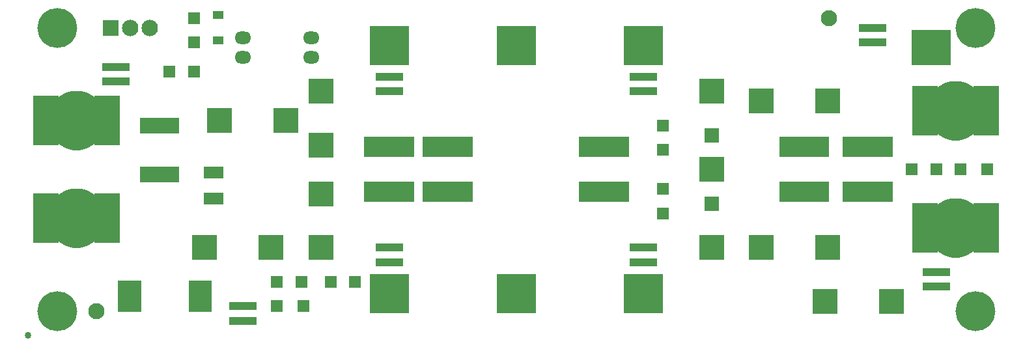
<source format=gts>
*%FSLAX24Y24*%
*%MOIN*%
G01*
%ADD11C,0.0000*%
%ADD12C,0.0050*%
%ADD13C,0.0060*%
%ADD14C,0.0073*%
%ADD15C,0.0080*%
%ADD16C,0.0098*%
%ADD17C,0.0100*%
%ADD18C,0.0120*%
%ADD19C,0.0160*%
%ADD20C,0.0200*%
%ADD21C,0.0200*%
%ADD22C,0.0240*%
%ADD23C,0.0250*%
%ADD24C,0.0300*%
%ADD25C,0.0300*%
%ADD26C,0.0340*%
%ADD27C,0.0380*%
%ADD28C,0.0394*%
%ADD29C,0.0400*%
%ADD30C,0.0400*%
%ADD31C,0.0430*%
%ADD32C,0.0434*%
%ADD33C,0.0440*%
%ADD34C,0.0450*%
%ADD35C,0.0500*%
%ADD36C,0.0500*%
%ADD37C,0.0560*%
%ADD38C,0.0580*%
%ADD39C,0.0600*%
%ADD40C,0.0630*%
%ADD41C,0.0670*%
%ADD42C,0.0750*%
%ADD43C,0.0760*%
%ADD44C,0.0790*%
%ADD45O,0.0800X0.0600*%
%ADD46C,0.0800*%
%ADD47C,0.0800*%
%ADD48C,0.0827*%
%ADD49O,0.0840X0.0640*%
%ADD50C,0.0840*%
%ADD51C,0.0870*%
%ADD52C,0.0900*%
%ADD53C,0.1100*%
%ADD54C,0.1300*%
%ADD55C,0.1500*%
%ADD56C,0.2000*%
%ADD57C,0.2040*%
%ADD58C,0.2300*%
%ADD59C,0.2500*%
%ADD60R,0.0100X0.0100*%
%ADD61R,0.0200X0.0200*%
%ADD62R,0.0300X0.0300*%
%ADD63R,0.0500X0.0400*%
%ADD64R,0.0500X0.0500*%
%ADD65R,0.0500X0.0500*%
%ADD66R,0.0540X0.0440*%
%ADD67R,0.0550X0.0350*%
%ADD68R,0.0600X0.0600*%
%ADD69R,0.0640X0.0640*%
%ADD70R,0.0700X0.0700*%
%ADD71R,0.0700X0.0700*%
%ADD72R,0.0740X0.0740*%
%ADD73R,0.0740X0.1420*%
%ADD74R,0.0750X0.1460*%
%ADD75R,0.0800X0.0800*%
%ADD76R,0.0800X0.1476*%
%ADD77R,0.0840X0.0840*%
%ADD78R,0.0840X0.1516*%
%ADD79R,0.0960X0.0540*%
%ADD80R,0.1000X0.0600*%
%ADD81R,0.1000X0.1000*%
%ADD82R,0.1040X0.0640*%
%ADD83R,0.1040X0.1040*%
%ADD84R,0.1100X0.1100*%
%ADD85R,0.1200X0.1200*%
%ADD86R,0.1200X0.1200*%
%ADD87R,0.1250X0.1250*%
%ADD88R,0.1250X0.2500*%
%ADD89R,0.1290X0.1290*%
%ADD90R,0.1290X0.1290*%
%ADD91R,0.1300X0.0360*%
%ADD92R,0.1350X0.0400*%
%ADD93R,0.1390X0.0440*%
%ADD94R,0.1500X0.1500*%
%ADD95R,0.1700X0.1700*%
%ADD96R,0.1800X0.1800*%
%ADD97R,0.2000X0.0750*%
%ADD98R,0.2000X0.0940*%
%ADD99R,0.2000X0.0950*%
%ADD100R,0.2000X0.1800*%
%ADD101R,0.2000X0.2000*%
%ADD102R,0.2000X0.2000*%
%ADD103R,0.2040X0.0790*%
%ADD104R,0.2040X0.2040*%
%ADD105R,0.2100X0.2100*%
%ADD106R,0.2200X0.2200*%
%ADD107R,0.2400X0.2400*%
%ADD108R,0.2500X0.0150*%
%ADD109R,0.2500X0.1000*%
%ADD110R,0.2500X0.2500*%
D11*
X63210Y12570D02*
D03*
X60460Y10070D02*
D03*
X58710Y19170D02*
D03*
X58660Y16870D02*
D03*
X57210Y26070D02*
D03*
X55210Y18070D02*
D03*
X54960Y24570D02*
D03*
X51960Y20320D02*
D03*
Y16820D02*
D03*
Y18070D02*
D03*
X52960Y26070D02*
D03*
X52210Y10070D02*
D03*
X50210Y20320D02*
D03*
X50960Y16820D02*
D03*
X47960Y26070D02*
D03*
X47710Y15820D02*
D03*
Y20320D02*
D03*
X47960Y10070D02*
D03*
X45710Y18070D02*
D03*
X44210Y22820D02*
D03*
X44960Y15820D02*
D03*
Y20320D02*
D03*
X44210Y13070D02*
D03*
X43710Y11820D02*
D03*
X42460Y20320D02*
D03*
Y15820D02*
D03*
X42710Y25070D02*
D03*
X37960Y15320D02*
D03*
Y23070D02*
D03*
X36460D02*
D03*
X36210Y20820D02*
D03*
X36460Y25320D02*
D03*
X36210Y14070D02*
D03*
X37210Y14820D02*
D03*
X36210Y11070D02*
D03*
X33960Y18070D02*
D03*
X30710D02*
D03*
X29460Y24070D02*
D03*
X29060Y11070D02*
D03*
X29960Y10070D02*
D03*
X26210D02*
D03*
X24460Y25820D02*
D03*
X25210Y22320D02*
D03*
Y19070D02*
D03*
Y12070D02*
D03*
X23460Y23820D02*
D03*
X21460Y25320D02*
D03*
X20210Y23320D02*
D03*
X20460Y16570D02*
D03*
Y10070D02*
D03*
X17960Y26070D02*
D03*
Y24320D02*
D03*
X16210Y22820D02*
D03*
D26*
X13960Y9570D02*
D03*
D32*
X54960Y25820D02*
D03*
X17460Y10820D02*
D03*
D44*
X60210Y24820D02*
D03*
Y23820D02*
D03*
D47*
X60340Y21070D02*
X60341D01*
X60340D02*
X60353Y20903D01*
X60390Y20740D01*
X60451Y20584D01*
X60535Y20439D01*
X60639Y20308D01*
X60762Y20194D01*
X60900Y20100D01*
X61051Y20027D01*
X61211Y19978D01*
X61376Y19953D01*
X61544D01*
X61709Y19978D01*
X61869Y20027D01*
X62020Y20100D01*
X62158Y20194D01*
X62281Y20308D01*
X62385Y20439D01*
X62469Y20584D01*
X62530Y20740D01*
X62567Y20903D01*
X62580Y21070D01*
X62581D01*
X62580D02*
X62567Y21237D01*
X62530Y21400D01*
X62469Y21556D01*
X62385Y21701D01*
X62281Y21832D01*
X62158Y21946D01*
X62020Y22040D01*
X61869Y22113D01*
X61709Y22162D01*
X61544Y22187D01*
X61376D01*
X61211Y22162D01*
X61051Y22113D01*
X60900Y22040D01*
X60762Y21946D01*
X60639Y21832D01*
X60535Y21701D01*
X60451Y21556D01*
X60390Y21400D01*
X60353Y21237D01*
X60340Y21070D01*
X61120D02*
X61121D01*
X61120D02*
X61141Y20954D01*
X61200Y20851D01*
X61290Y20776D01*
X61401Y20735D01*
X61519D01*
X61630Y20776D01*
X61720Y20851D01*
X61779Y20954D01*
X61800Y21070D01*
X61801D01*
X61800D02*
X61779Y21186D01*
X61720Y21289D01*
X61630Y21364D01*
X61519Y21405D01*
X61401D01*
X61290Y21364D01*
X61200Y21289D01*
X61141Y21186D01*
X61120Y21070D01*
X60340Y15070D02*
X60341D01*
X60340D02*
X60353Y14903D01*
X60390Y14740D01*
X60451Y14584D01*
X60535Y14439D01*
X60639Y14308D01*
X60762Y14194D01*
X60900Y14100D01*
X61051Y14027D01*
X61211Y13978D01*
X61376Y13953D01*
X61544D01*
X61709Y13978D01*
X61869Y14027D01*
X62020Y14100D01*
X62158Y14194D01*
X62281Y14308D01*
X62385Y14439D01*
X62469Y14584D01*
X62530Y14740D01*
X62567Y14903D01*
X62580Y15070D01*
X62581D01*
X62580D02*
X62567Y15237D01*
X62530Y15400D01*
X62469Y15556D01*
X62385Y15701D01*
X62281Y15832D01*
X62158Y15946D01*
X62020Y16040D01*
X61869Y16113D01*
X61709Y16162D01*
X61544Y16187D01*
X61376D01*
X61211Y16162D01*
X61051Y16113D01*
X60900Y16040D01*
X60762Y15946D01*
X60639Y15832D01*
X60535Y15701D01*
X60451Y15556D01*
X60390Y15400D01*
X60353Y15237D01*
X60340Y15070D01*
X61120D02*
X61121D01*
X61120D02*
X61141Y14954D01*
X61200Y14851D01*
X61290Y14776D01*
X61401Y14735D01*
X61519D01*
X61630Y14776D01*
X61720Y14851D01*
X61779Y14954D01*
X61800Y15070D01*
X61801D01*
X61800D02*
X61779Y15186D01*
X61720Y15289D01*
X61630Y15364D01*
X61519Y15405D01*
X61401D01*
X61290Y15364D01*
X61200Y15289D01*
X61141Y15186D01*
X61120Y15070D01*
X15340Y20570D02*
X15341D01*
X15340D02*
X15353Y20403D01*
X15390Y20240D01*
X15451Y20084D01*
X15535Y19939D01*
X15639Y19808D01*
X15762Y19694D01*
X15900Y19600D01*
X16051Y19527D01*
X16211Y19478D01*
X16376Y19453D01*
X16544D01*
X16709Y19478D01*
X16869Y19527D01*
X17020Y19600D01*
X17158Y19694D01*
X17281Y19808D01*
X17385Y19939D01*
X17469Y20084D01*
X17530Y20240D01*
X17567Y20403D01*
X17580Y20570D01*
X17581D01*
X17580D02*
X17567Y20737D01*
X17530Y20900D01*
X17469Y21056D01*
X17385Y21201D01*
X17281Y21332D01*
X17158Y21446D01*
X17020Y21540D01*
X16869Y21613D01*
X16709Y21662D01*
X16544Y21687D01*
X16376D01*
X16211Y21662D01*
X16051Y21613D01*
X15900Y21540D01*
X15762Y21446D01*
X15639Y21332D01*
X15535Y21201D01*
X15451Y21056D01*
X15390Y20900D01*
X15353Y20737D01*
X15340Y20570D01*
X16120D02*
X16121D01*
X16120D02*
X16141Y20454D01*
X16200Y20351D01*
X16290Y20276D01*
X16401Y20235D01*
X16519D01*
X16630Y20276D01*
X16720Y20351D01*
X16779Y20454D01*
X16800Y20570D01*
X16801D01*
X16800D02*
X16779Y20686D01*
X16720Y20789D01*
X16630Y20864D01*
X16519Y20905D01*
X16401D01*
X16290Y20864D01*
X16200Y20789D01*
X16141Y20686D01*
X16120Y20570D01*
X15340Y15570D02*
X15341D01*
X15340D02*
X15353Y15403D01*
X15390Y15240D01*
X15451Y15084D01*
X15535Y14939D01*
X15639Y14808D01*
X15762Y14694D01*
X15900Y14600D01*
X16051Y14527D01*
X16211Y14478D01*
X16376Y14453D01*
X16544D01*
X16709Y14478D01*
X16869Y14527D01*
X17020Y14600D01*
X17158Y14694D01*
X17281Y14808D01*
X17385Y14939D01*
X17469Y15084D01*
X17530Y15240D01*
X17567Y15403D01*
X17580Y15570D01*
X17581D01*
X17580D02*
X17567Y15737D01*
X17530Y15900D01*
X17469Y16056D01*
X17385Y16201D01*
X17281Y16332D01*
X17158Y16446D01*
X17020Y16540D01*
X16869Y16613D01*
X16709Y16662D01*
X16544Y16687D01*
X16376D01*
X16211Y16662D01*
X16051Y16613D01*
X15900Y16540D01*
X15762Y16446D01*
X15639Y16332D01*
X15535Y16201D01*
X15451Y16056D01*
X15390Y15900D01*
X15353Y15737D01*
X15340Y15570D01*
X16120D02*
X16121D01*
X16120D02*
X16141Y15454D01*
X16200Y15351D01*
X16290Y15276D01*
X16401Y15235D01*
X16519D01*
X16630Y15276D01*
X16720Y15351D01*
X16779Y15454D01*
X16800Y15570D01*
X16801D01*
X16800D02*
X16779Y15686D01*
X16720Y15789D01*
X16630Y15864D01*
X16519Y15905D01*
X16401D01*
X16290Y15864D01*
X16200Y15789D01*
X16141Y15686D01*
X16120Y15570D01*
D48*
X54960Y25820D02*
D03*
X17460Y10820D02*
D03*
D49*
X28460Y23820D02*
D03*
Y24820D02*
D03*
X24960D02*
D03*
Y23820D02*
D03*
D50*
X19210Y25320D02*
D03*
X20210D02*
D03*
D57*
X62460D02*
D03*
Y10820D02*
D03*
X15460Y25320D02*
D03*
Y10820D02*
D03*
D66*
X23710Y24670D02*
D03*
Y25970D02*
D03*
D69*
X61710Y18070D02*
D03*
X63060D02*
D03*
X60460D02*
D03*
X59210D02*
D03*
X46460Y17070D02*
D03*
Y15820D02*
D03*
Y19070D02*
D03*
Y20320D02*
D03*
X21210Y23070D02*
D03*
X22460D02*
D03*
Y25820D02*
D03*
Y24570D02*
D03*
X30710Y12320D02*
D03*
X29460D02*
D03*
X26710D02*
D03*
X27960D02*
D03*
X26710Y11070D02*
D03*
X28060D02*
D03*
D72*
X48960Y19820D02*
D03*
Y16320D02*
D03*
D77*
X18210Y25320D02*
D03*
D78*
X19306Y11570D02*
D03*
X22614D02*
D03*
D82*
X23460Y17920D02*
D03*
Y16570D02*
D03*
D83*
X42710Y19220D02*
X44210D01*
Y16920D02*
X42710D01*
X56210Y19220D02*
X57710D01*
Y16920D02*
X56210D01*
X54460Y19220D02*
X52960D01*
Y16920D02*
X54460D01*
X36210Y19220D02*
X34710D01*
Y16920D02*
X36210D01*
X33210Y19220D02*
X31710D01*
Y16920D02*
X33210D01*
D84*
X22760Y11320D02*
X22810D01*
Y11820D01*
X22760D01*
Y11320D01*
D86*
X19160Y11370D02*
Y11770D01*
D89*
X51510Y14070D02*
D03*
X54910D02*
D03*
X54760Y11320D02*
D03*
X58160D02*
D03*
X51510Y21570D02*
D03*
X54910D02*
D03*
X23010Y14070D02*
D03*
X26410D02*
D03*
X23760Y20570D02*
D03*
X27160D02*
D03*
X28960Y14070D02*
D03*
Y22070D02*
D03*
X48960D02*
D03*
Y18070D02*
D03*
Y14070D02*
D03*
X28960Y16820D02*
D03*
Y19320D02*
D03*
D90*
X59900Y20445D02*
Y21695D01*
X63020D02*
Y20445D01*
Y15695D02*
Y14445D01*
X59900D02*
Y15695D01*
X14900Y19945D02*
Y21195D01*
X18020D02*
Y19945D01*
Y16195D02*
Y14945D01*
X14900D02*
Y16195D01*
D93*
X57210Y24570D02*
D03*
Y25320D02*
D03*
X45460Y13320D02*
D03*
Y14070D02*
D03*
X60460Y12820D02*
D03*
Y12070D02*
D03*
X45460Y22820D02*
D03*
Y22070D02*
D03*
X18460Y22570D02*
D03*
Y23320D02*
D03*
X32460Y22070D02*
D03*
Y22820D02*
D03*
Y14070D02*
D03*
Y13320D02*
D03*
X24960Y10320D02*
D03*
Y11070D02*
D03*
D100*
X60210Y24320D02*
D03*
D103*
X20710Y17820D02*
D03*
Y20320D02*
D03*
D104*
X38960Y24420D02*
D03*
X45460D02*
D03*
Y11720D02*
D03*
X38960D02*
D03*
X32460D02*
D03*
Y24420D02*
D03*
M02*

</source>
